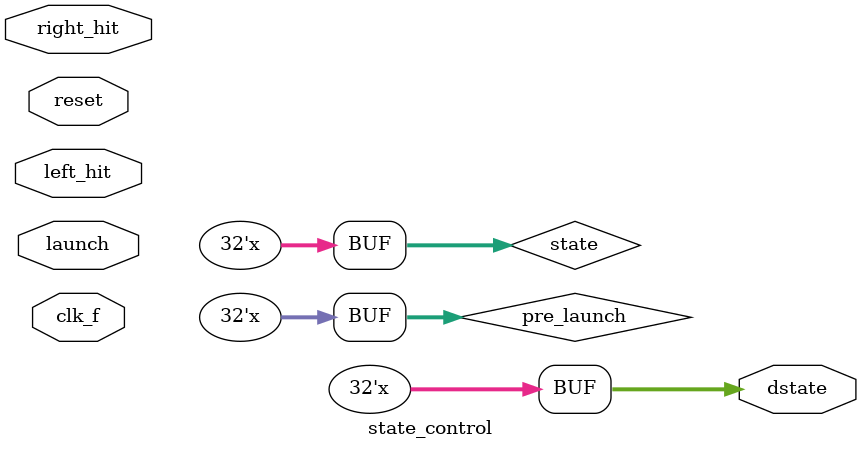
<source format=v>
`timescale 1ns / 1ps


module state_control(
    input clk_f, left_hit, right_hit, launch, reset,
    output [31:0] dstate
    );
    integer state = menu;
    parameter menu = 0, set = 1, start = 2, play = 3, end_point = 4, end_game = 5;
    integer pre_launch = 0;
    always @ (left_hit or right_hit or reset or launch)
    begin
        case(state)
        menu:
                begin
                    if(pre_launch == 1 && launch == 0)
                            begin
                                state = set;
                            end
                    else
                        begin
                            if(launch == 1)
                            begin
                                pre_launch = 1;
                            end
                            else
                            begin
                                pre_launch = 0;
                            end
                        end
                end
        set:
                begin
                    if(pre_launch == 1 && launch == 0)
                            begin
                                state = start;
                            end
                    else
                        begin
                            if(launch == 1)
                            begin
                                pre_launch = 1;
                            end
                            else
                            begin
                                pre_launch = 0;
                            end
                        end
                end
        start:
                begin
                    if(launch)
                        begin
                            state = play;
                        end
                    else state = start;
                end
        play:
                begin
                    if (left_hit || right_hit)
                    begin
                        state = end_point;
                    end
                    else 
                    begin
                        state = play;
                    end
                end
        end_point:
                begin
                if(reset)
                begin
                    state = end_game;
                end
                else state = start;
                end
        end_game:
                begin
                    state = end_game;
                    //if (sw[2])
                    //state = menu;
                end
            
        endcase 
    end
    assign dstate = state;
endmodule

</source>
